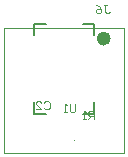
<source format=gbo>
%FSLAX44Y44*%
%MOMM*%
G71*
G01*
G75*
G04 Layer_Color=32896*
%ADD10R,1.2000X0.8000*%
G04:AMPARAMS|DCode=11|XSize=0.6mm|YSize=0.5mm|CornerRadius=0.05mm|HoleSize=0mm|Usage=FLASHONLY|Rotation=180.000|XOffset=0mm|YOffset=0mm|HoleType=Round|Shape=RoundedRectangle|*
%AMROUNDEDRECTD11*
21,1,0.6000,0.4000,0,0,180.0*
21,1,0.5000,0.5000,0,0,180.0*
1,1,0.1000,-0.2500,0.2000*
1,1,0.1000,0.2500,0.2000*
1,1,0.1000,0.2500,-0.2000*
1,1,0.1000,-0.2500,-0.2000*
%
%ADD11ROUNDEDRECTD11*%
%ADD12C,0.1000*%
%ADD13C,0.0800*%
%ADD14C,0.2000*%
%ADD15C,0.0750*%
%ADD16R,1.5000X1.5000*%
%ADD17C,1.5000*%
%ADD18C,0.4500*%
%ADD19C,0.3500*%
%ADD20C,0.2000*%
%ADD21C,0.0500*%
%ADD22C,0.6000*%
%ADD23C,0.2500*%
%ADD24C,0.2000*%
%ADD25C,0.1000*%
D12*
X72250Y28240D02*
G03*
X72250Y28240I-500J0D01*
G01*
X96983Y143010D02*
X99316D01*
X98149D01*
Y137179D01*
X99316Y136012D01*
X100482D01*
X101648Y137179D01*
X89985Y143010D02*
X92318Y141844D01*
X94650Y139511D01*
Y137179D01*
X93484Y136012D01*
X91152D01*
X89985Y137179D01*
Y138345D01*
X91152Y139511D01*
X94650D01*
X72438Y59190D02*
Y53359D01*
X71272Y52192D01*
X68939D01*
X67773Y53359D01*
Y59190D01*
X65441Y52192D02*
X63108D01*
X64274D01*
Y59190D01*
X65441Y58024D01*
X46183Y60056D02*
X47349Y61222D01*
X49682D01*
X50848Y60056D01*
Y55391D01*
X49682Y54224D01*
X47349D01*
X46183Y55391D01*
X39185Y54224D02*
X43850D01*
X39185Y58889D01*
Y60056D01*
X40352Y61222D01*
X42684D01*
X43850Y60056D01*
X88440Y46096D02*
Y53094D01*
X84941D01*
X83775Y51928D01*
Y49595D01*
X84941Y48429D01*
X88440D01*
X86108D02*
X83775Y46096D01*
X81442D02*
X79110D01*
X80276D01*
Y53094D01*
X81442Y51928D01*
X12000Y17660D02*
Y122950D01*
X114000Y17660D02*
Y122950D01*
X12000Y17660D02*
X114000D01*
X12000Y122950D02*
X114000D01*
D14*
X38100Y127000D02*
X48100D01*
X38100Y117000D02*
Y127000D01*
X78900D02*
X88900D01*
Y117000D02*
Y127000D01*
Y50800D02*
Y60800D01*
X78900Y50800D02*
X88900D01*
X38100D02*
X48100D01*
X38100D02*
Y60800D01*
D22*
X99700Y114300D02*
G03*
X99700Y114300I-3000J0D01*
G01*
M02*

</source>
